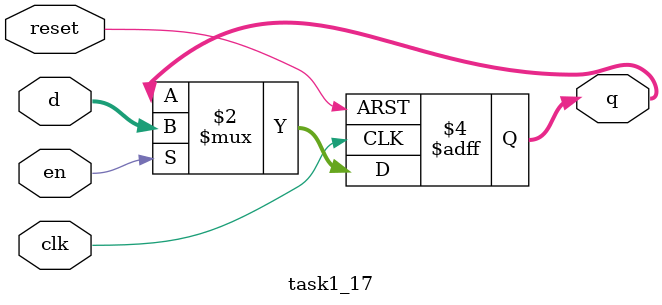
<source format=v>
module task1_17(
    input clk,
    input reset,
    input en,
    input [3:0] d,
    output reg [3:0] q
);

always @ (posedge clk or posedge reset)
    if(reset) q <= 4'b0000;
    else if(en) q <= d;
endmodule
</source>
